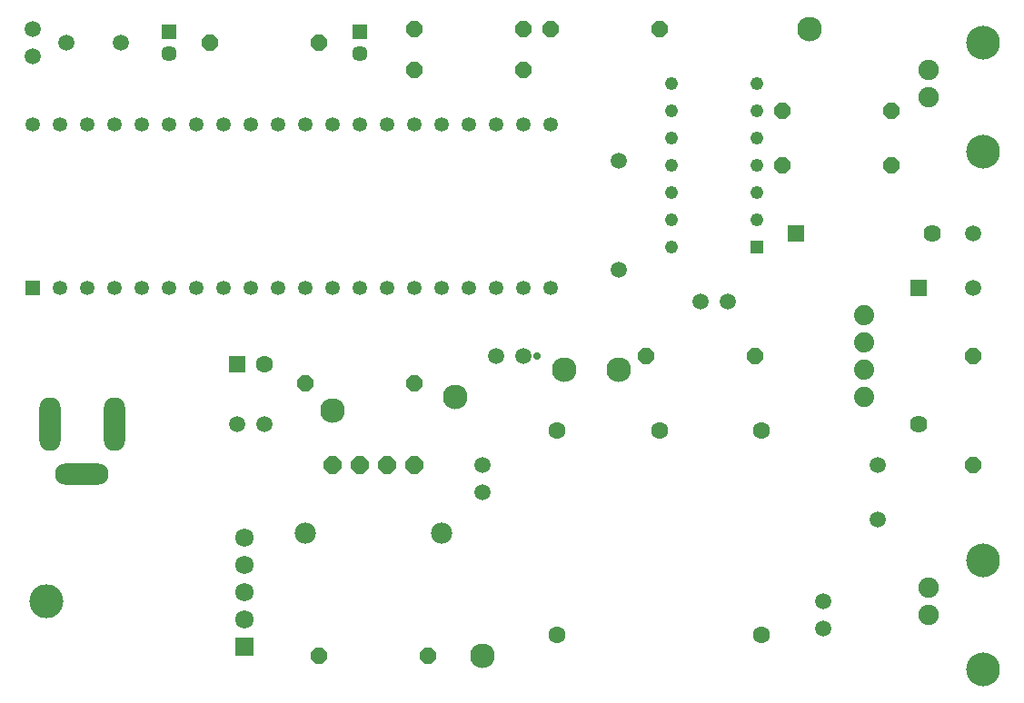
<source format=gts>
G04 DipTrace 4.3.0.4*
G04 GPSDO_simple.GTS*
%MOIN*%
G04 #@! TF.FileFunction,Soldermask,Top*
G04 #@! TF.Part,Single*
%AMOUTLINE0*
4,1,8,
0.012629,-0.030487,
-0.012629,-0.030487,
-0.030487,-0.012629,
-0.030487,0.012629,
-0.012629,0.030487,
0.012629,0.030487,
0.030487,0.012629,
0.030487,-0.012629,
0.012629,-0.030487,
0*%
%AMOUTLINE1*
4,1,8,
-0.012629,0.030487,
0.012629,0.030487,
0.030487,0.012629,
0.030487,-0.012629,
0.012629,-0.030487,
-0.012629,-0.030487,
-0.030487,-0.012629,
-0.030487,0.012629,
-0.012629,0.030487,
0*%
%AMOUTLINE2*
4,1,8,
-0.030487,-0.012629,
-0.030487,0.012629,
-0.012629,0.030487,
0.012629,0.030487,
0.030487,0.012629,
0.030487,-0.012629,
0.012629,-0.030487,
-0.012629,-0.030487,
-0.030487,-0.012629,
0*%
%AMOUTLINE3*
4,1,8,
-0.032455,-0.013444,
-0.032455,0.013444,
-0.013444,0.032455,
0.013444,0.032455,
0.032455,0.013444,
0.032455,-0.013444,
0.013444,-0.032455,
-0.013444,-0.032455,
-0.032455,-0.013444,
0*%
%ADD23O,0.07874X0.19685*%
%ADD24O,0.19685X0.07874*%
%ADD26C,0.059055*%
%ADD27R,0.05315X0.05315*%
%ADD35C,0.074016*%
%ADD36C,0.074*%
%ADD47C,0.078*%
%ADD48C,0.125*%
%ADD59C,0.067717*%
%ADD61R,0.067717X0.067717*%
%ADD63C,0.048819*%
%ADD65R,0.048819X0.048819*%
%ADD67C,0.05315*%
%ADD70C,0.090551*%
%ADD72C,0.027559*%
%ADD78C,0.063937*%
%ADD80R,0.063937X0.063937*%
%ADD82C,0.074803*%
%ADD84C,0.124016*%
%ADD86R,0.062992X0.062992*%
%ADD88C,0.057087*%
%ADD90R,0.057087X0.057087*%
%ADD91C,0.062992*%
%ADD98OUTLINE0*%
%ADD99OUTLINE1*%
%ADD100OUTLINE2*%
%ADD101OUTLINE3*%
%FSLAX26Y26*%
G04*
G70*
G90*
G75*
G01*
G04 TopMask*
%LPD*%
D23*
X812520Y1534764D3*
X576299D3*
D24*
X694409Y1349724D3*
D26*
X1362520Y1534765D3*
X1262520Y1534763D3*
X3062520Y1984764D3*
X2962520D3*
X2162520Y1384764D3*
Y1284764D3*
D90*
X1712517Y2974134D3*
D88*
X1712522Y2895394D3*
D90*
X1012518Y2974134D3*
D88*
X1012521Y2895394D3*
D26*
X3412521Y784764D3*
X3412519Y884764D3*
X512520Y2984764D3*
Y2884764D3*
X2212520Y1784764D3*
X2312520D3*
X837520Y2934766D3*
X637520Y2934762D3*
X3962516Y2234764D3*
X3962524Y2034764D3*
X3612516Y1384764D3*
X3612524Y1184764D3*
D91*
X1362520Y1753735D3*
D86*
X1262520D3*
D84*
X4000172Y2934753D3*
X4000277Y2534753D3*
D82*
X3800161Y2734747D3*
X3800269Y2834747D3*
D84*
X4000177Y1034764D3*
X4000272Y634764D3*
D82*
X3800161Y834764D3*
X3800272Y934764D3*
D26*
X2662520Y2102159D3*
Y2502159D3*
D80*
X3312520Y2234756D3*
D78*
X3812520Y2234771D3*
D80*
X3762520Y2034764D3*
D78*
Y1534764D3*
D91*
X2437520Y1509764D3*
X2812520D3*
X3187520D3*
X2437520Y759764D3*
X3187520D3*
D35*
X3562522Y1634764D3*
D36*
X3562521Y1734764D3*
X3562519Y1834764D3*
X3562517Y1934764D3*
D72*
X2362520Y1784764D3*
D98*
X1512520Y1684764D3*
X1912520D3*
Y2984764D3*
X2312520D3*
X1162520Y2934764D3*
X1562520D3*
Y684764D3*
X1962520D3*
D99*
X3162520Y1784764D3*
X2762520D3*
X2812520Y2984768D3*
X2412520Y2984759D3*
D98*
X1912520Y2834764D3*
X2312520D3*
X3262520Y2484758D3*
X3662520Y2484770D3*
X3262520Y2684758D3*
X3662520Y2684770D3*
D100*
X3962520Y1784764D3*
Y1384764D3*
D70*
X2162520Y684764D3*
X2462520Y1734764D3*
X2062520Y1634764D3*
X3362520Y2984764D3*
X2662520Y1734764D3*
X1612520Y1584764D3*
D27*
X512520Y2034764D3*
D67*
X612520D3*
X712520D3*
X812520D3*
X912520D3*
X1012520D3*
X1112520D3*
X1212520D3*
X1312520D3*
X1412520D3*
X1512520D3*
X1612520D3*
X1712520D3*
X1812520D3*
X1912520D3*
X2012520D3*
X2112520D3*
X2212520D3*
X2312520D3*
X2412520D3*
Y2634764D3*
X2312520D3*
X2212520D3*
X2112520D3*
X2012520D3*
X1912520D3*
X1812520D3*
X1712520D3*
X1612520D3*
X1512520D3*
X1412520D3*
X1312520D3*
X1212520D3*
X1112520D3*
X1012520D3*
X912520D3*
X812520D3*
X712520D3*
X612520D3*
X512520D3*
D65*
X3168819Y2184764D3*
D63*
Y2284764D3*
Y2384764D3*
Y2484764D3*
Y2584764D3*
Y2684764D3*
Y2784764D3*
X2856220D3*
Y2684764D3*
Y2584764D3*
Y2484764D3*
Y2384764D3*
Y2284764D3*
Y2184764D3*
D101*
X1912520Y1384764D3*
X1812520D3*
X1712520D3*
X1612520D3*
D47*
X2012520Y1134764D3*
X1512520D3*
D61*
X1290018Y719213D3*
D59*
Y819213D3*
Y919213D3*
Y1019213D3*
Y1119213D3*
D48*
X562520Y884764D3*
M02*

</source>
